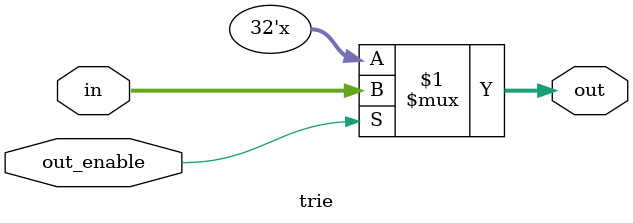
<source format=v>
module trie(in, out_enable, out);

input [31:0] in;
input out_enable;
output [31:0] out;

assign out = out_enable ? in : 32'bz;

endmodule

</source>
